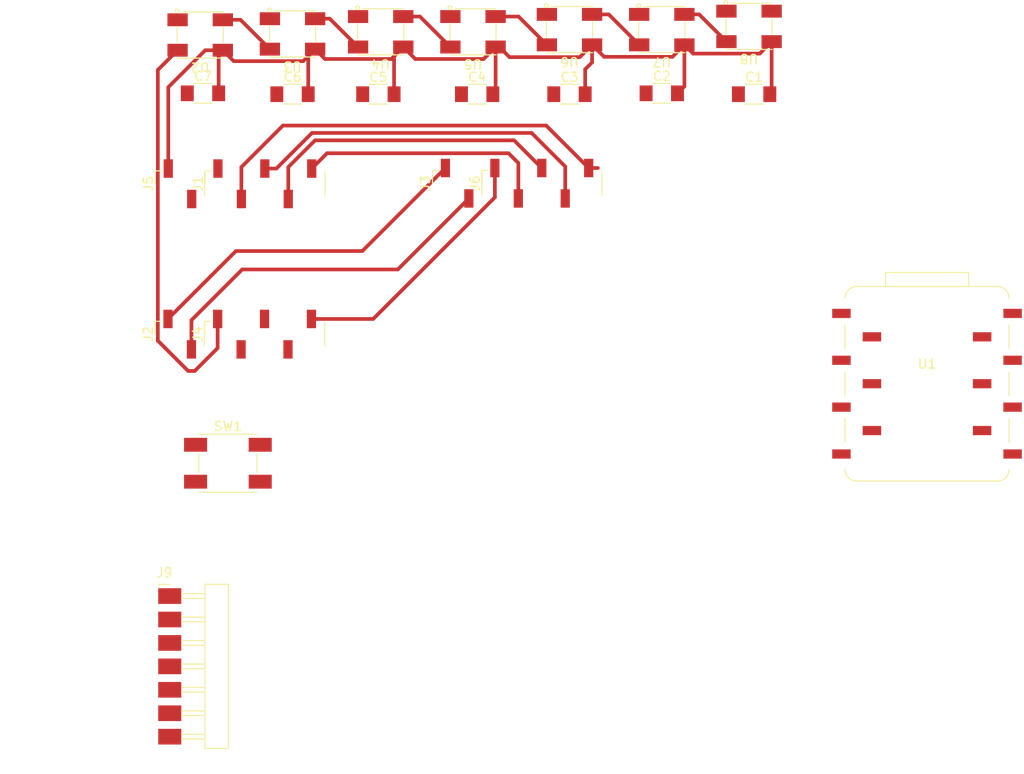
<source format=kicad_pcb>
(kicad_pcb (version 20240108) (generator "pcbnew") (generator_version "8.0")
  (layers (0 "F.Cu" signal) (31 "B.Cu" signal) (34 "B.Paste" user) (35 "F.Paste" user) (36 "B.SilkS" user "B.Silkscreen") (37 "F.SilkS" user "F.Silkscreen") (38 "B.Mask" user) (39 "F.Mask" user) (44 "Edge.Cuts" user))
  (net 0 "")
  (net 1 "/QT5")
  (net 2 "/QT6")
  (net 3 "/QT7")
  (net 4 "/QT2")
  (net 5 "PWR_5V")
  (net 6 "/ADDR_LEDS")
  (net 7 "Net-(U2-DOUT)")
  (net 8 "PWR_GND")
  (net 9 "Net-(U3-DOUT)")
  (net 10 "Net-(U4-DOUT)")
  (net 11 "Net-(U5-DOUT)")
  (net 12 "Net-(U6-DOUT)")
  (net 13 "Net-(U7-DOUT)")
  (net 14 "/QT4_RX")
  (net 15 "PWR_3V3")
  (net 16 "/QT1_DAC")
  (net 17 "/BTN")
  (net 18 "/QT3_TX")
  (net 19 "/SDA")
  (net 20 "/SCL")
  (footprint "fab:LED_ADDR_Worldsemi_WS2812B" (layer "F.Cu") (at 135 46 180)
    (property "Reference" "U7" (at 0 -3.5 180) (layer "F.SilkS"))
    (property "Value" "LED_ADDR_Worldsemi_WS2812B")
    (fp_line (start 2.5 -0.9) (end 2.5 0.9) (stroke (width 0.12)) (layer "F.SilkS"))
    (fp_line (start 2.5 -2.5) (end -2.5 -2.5) (stroke (width 0.12)) (layer "F.SilkS"))
    (fp_line (start -2.5 2.5) (end 2 2.5) (stroke (width 0.12)) (layer "F.SilkS"))
    (fp_line (start -2.5 -0.9) (end -2.5 0.9) (stroke (width 0.12)) (layer "F.SilkS"))
    (fp_circle (center 2.5 2.6) (end 2.7 2.6) (stroke (width 0.12)) (fill none) (layer "F.SilkS"))
    (pad "1" smd rect (at -2.45 -1.65 180) (size 2.2 1.4) (layers "F.Cu" "F.Paste" "F.Mask") (net 5 "PWR_5V"))
    (pad "2" smd rect (at -2.45 1.65 180) (size 2.2 1.4) (layers "F.Cu" "F.Paste" "F.Mask") (net 13 "Net-(U7-DOUT)"))
    (pad "3" smd rect (at 2.45 1.65 180) (size 2.2 1.4) (layers "F.Cu" "F.Paste" "F.Mask") (net 8 "PWR_GND"))
    (pad "4" smd rect (at 2.45 -1.65 180) (size 2.2 1.4) (layers "F.Cu" "F.Paste" "F.Mask") (net 12 "Net-(U6-DOUT)"))
  )
  (footprint "fab:PinSocket_1x05_P2.54mm_Vertical_SMD" (layer "F.Cu") (at 91.97 79.01 90)
    (property "Reference" "J4" (at 0 -7.239 -90) (layer "F.SilkS"))
    (property "Value" "Conn_PinSocket_1x05_P2.54mm_Vertical_SMD")
    (fp_line (start 1.397 -6.477) (end 0 -6.477) (stroke (width 0.12)) (layer "F.SilkS"))
    (fp_line (start 1.397 -5.842) (end 1.397 -6.477) (stroke (width 0.12)) (layer "F.SilkS"))
    (fp_line (start -1.27 6.52) (end 1.27 6.52) (stroke (width 0.12)) (layer "F.SilkS"))
    (pad "1" smd rect (at 1.65 -5.08 90) (size 2 1) (layers "F.Cu" "F.Paste" "F.Mask") (net 6 "/ADDR_LEDS"))
    (pad "2" smd rect (at -1.65 -2.54 90) (size 2 1) (layers "F.Cu" "F.Paste" "F.Mask") (net 17 "/BTN"))
    (pad "3" smd rect (at 1.65 0 90) (size 2 1) (layers "F.Cu" "F.Paste" "F.Mask") (net 19 "/SDA"))
    (pad "4" smd rect (at -1.65 2.54 90) (size 2 1) (layers "F.Cu" "F.Paste" "F.Mask") (net 20 "/SCL"))
    (pad "5" smd rect (at 1.65 5.08 90) (size 2 1) (layers "F.Cu" "F.Paste" "F.Mask") (net 18 "/QT3_TX"))
  )
  (footprint "fab:SeeedStudio_XIAO_SocketSMD" (layer "F.Cu") (at 163.73 84.38)
    (property "Reference" "U1" (at 0.0025 -2.149 0) (layer "F.SilkS"))
    (property "Value" "SeeeduinoXIAO")
    (fp_line (start -8.89 -6.35) (end -8.89 -3.81) (stroke (width 0.12)) (layer "F.SilkS"))
    (fp_line (start -8.89 -1.27) (end -8.89 1.27) (stroke (width 0.12)) (layer "F.SilkS"))
    (fp_line (start -8.89 3.81) (end -8.89 6.35) (stroke (width 0.12)) (layer "F.SilkS"))
    (fp_line (start -7.6175 -10.531) (end 7.6225 -10.531) (stroke (width 0.12)) (layer "F.SilkS"))
    (fp_line (start 7.6225 10.551) (end -7.6175 10.551) (stroke (width 0.12)) (layer "F.SilkS"))
    (fp_line (start 8.89 -6.35) (end 8.89 -3.81) (stroke (width 0.12)) (layer "F.SilkS"))
    (fp_line (start 8.89 -1.27) (end 8.89 1.27) (stroke (width 0.12)) (layer "F.SilkS"))
    (fp_line (start 8.89 3.81) (end 8.89 6.35) (stroke (width 0.12)) (layer "F.SilkS"))
    (fp_rect (start -4.4975 -10.531) (end 4.5025 -12.055) (stroke (width 0.12)) (fill none) (layer "F.SilkS"))
    (fp_arc (start -8.8875 -9.261) (mid -8.515526 -10.159026) (end -7.6175 -10.531) (stroke (width 0.12)) (layer "F.SilkS"))
    (fp_arc (start -7.6175 10.551) (mid -8.515526 10.179026) (end -8.8875 9.281) (stroke (width 0.12)) (layer "F.SilkS"))
    (fp_arc (start 7.6225 -10.531) (mid 8.520526 -10.159026) (end 8.8925 -9.261) (stroke (width 0.12)) (layer "F.SilkS"))
    (fp_arc (start 8.8925 9.281) (mid 8.520526 10.179026) (end 7.6225 10.551) (stroke (width 0.12)) (layer "F.SilkS"))
    (pad "1" smd rect (at -9.27 -7.62) (size 2 1) (layers "F.Cu" "F.Paste" "F.Mask"))
    (pad "2" smd rect (at -5.97 -5.08) (size 2 1) (layers "F.Cu" "F.Paste" "F.Mask"))
    (pad "3" smd rect (at -9.27 -2.54) (size 2 1) (layers "F.Cu" "F.Paste" "F.Mask"))
    (pad "4" smd rect (at -5.97 0) (size 2 1) (layers "F.Cu" "F.Paste" "F.Mask"))
    (pad "5" smd rect (at -9.27 2.54) (size 2 1) (layers "F.Cu" "F.Paste" "F.Mask"))
    (pad "6" smd rect (at -5.97 5.08) (size 2 1) (layers "F.Cu" "F.Paste" "F.Mask"))
    (pad "7" smd rect (at -9.27 7.62) (size 2 1) (layers "F.Cu" "F.Paste" "F.Mask"))
    (pad "8" smd rect (at 9.27 7.62) (size 2 1) (layers "F.Cu" "F.Paste" "F.Mask"))
    (pad "9" smd rect (at 5.97 5.08) (size 2 1) (layers "F.Cu" "F.Paste" "F.Mask"))
    (pad "10" smd rect (at 9.27 2.54) (size 2 1) (layers "F.Cu" "F.Paste" "F.Mask"))
    (pad "11" smd rect (at 5.97 0) (size 2 1) (layers "F.Cu" "F.Paste" "F.Mask"))
    (pad "12" smd rect (at 9.27 -2.54) (size 2 1) (layers "F.Cu" "F.Paste" "F.Mask"))
    (pad "13" smd rect (at 5.97 -5.08) (size 2 1) (layers "F.Cu" "F.Paste" "F.Mask"))
    (pad "14" smd rect (at 9.27 -7.62) (size 2 1) (layers "F.Cu" "F.Paste" "F.Mask"))
  )
  (footprint "fab:C_1206" (layer "F.Cu") (at 135 52.905)
    (property "Reference" "C2" (at 0 -1.85 360) (layer "F.SilkS"))
    (property "Value" "C_1206")
    (fp_line (start -1 -1.07) (end 1 -1.07) (stroke (width 0.12)) (layer "F.SilkS"))
    (fp_line (start 1 1.07) (end -1 1.07) (stroke (width 0.12)) (layer "F.SilkS"))
    (pad "1" smd rect (at -1.7 0) (size 1.4 1.7) (layers "F.Cu" "F.Paste" "F.Mask") (net 8 "PWR_GND"))
    (pad "2" smd rect (at 1.7 0) (size 1.4 1.7) (layers "F.Cu" "F.Paste" "F.Mask") (net 5 "PWR_5V"))
  )
  (footprint "fab:PinSocket_1x02_P2.54mm_Vertical_SMD" (layer "F.Cu") (at 82.81 62.71 90)
    (property "Reference" "J5" (at 0 -3.429 -90) (layer "F.SilkS"))
    (property "Value" "Conn_PinSocket_1x02_P2.54mm_Vertical_SMD")
    (fp_line (start 1.397 -2.667) (end 0 -2.667) (stroke (width 0.12)) (layer "F.SilkS"))
    (fp_line (start 1.397 -2.032) (end 1.397 -2.667) (stroke (width 0.12)) (layer "F.SilkS"))
    (fp_line (start -1.27 2.667) (end 1.27 2.667) (stroke (width 0.12)) (layer "F.SilkS"))
    (pad "1" smd rect (at 1.65 -1.27 90) (size 2 1) (layers "F.Cu" "F.Paste" "F.Mask") (net 5 "PWR_5V"))
    (pad "2" smd rect (at -1.65 1.27 90) (size 2 1) (layers "F.Cu" "F.Paste" "F.Mask") (net 8 "PWR_GND"))
  )
  (footprint "fab:C_1206" (layer "F.Cu") (at 85.3 52.905)
    (property "Reference" "C7" (at 0 -1.85 360) (layer "F.SilkS"))
    (property "Value" "C_1206")
    (fp_line (start -1 -1.07) (end 1 -1.07) (stroke (width 0.12)) (layer "F.SilkS"))
    (fp_line (start 1 1.07) (end -1 1.07) (stroke (width 0.12)) (layer "F.SilkS"))
    (pad "1" smd rect (at -1.7 0) (size 1.4 1.7) (layers "F.Cu" "F.Paste" "F.Mask") (net 8 "PWR_GND"))
    (pad "2" smd rect (at 1.7 0) (size 1.4 1.7) (layers "F.Cu" "F.Paste" "F.Mask") (net 5 "PWR_5V"))
  )
  (footprint "fab:PinHeader_1x07_P2.54mm_Horizontal_SMD" (layer "F.Cu") (at 81.7 107.4)
    (property "Reference" "J9" (at -1.524 -2.54 180) (layer "F.SilkS") (effects (justify left)))
    (property "Value" "Conn_PinHeader_1x07_P2.54mm_Horizontal_SMD")
    (fp_line (start -1.27 -1.27) (end 0 -1.27) (stroke (width 0.12)) (layer "F.SilkS"))
    (fp_line (start 3.81 -1.27) (end 6.35 -1.27) (stroke (width 0.12)) (layer "F.SilkS"))
    (fp_line (start 3.81 -0.254) (end 1.27 -0.254) (stroke (width 0.12)) (layer "F.SilkS"))
    (fp_line (start 3.81 0.254) (end 1.27 0.254) (stroke (width 0.12)) (layer "F.SilkS"))
    (fp_line (start 3.81 2.286) (end 1.27 2.286) (stroke (width 0.12)) (layer "F.SilkS"))
    (fp_line (start 3.81 2.794) (end 1.27 2.794) (stroke (width 0.12)) (layer "F.SilkS"))
    (fp_line (start 3.81 4.826) (end 1.27 4.826) (stroke (width 0.12)) (layer "F.SilkS"))
    (fp_line (start 3.81 5.334) (end 1.27 5.334) (stroke (width 0.12)) (layer "F.SilkS"))
    (fp_line (start 3.81 7.366) (end 1.27 7.366) (stroke (width 0.12)) (layer "F.SilkS"))
    (fp_line (start 3.81 7.874) (end 1.27 7.874) (stroke (width 0.12)) (layer "F.SilkS"))
    (fp_line (start 3.81 9.906) (end 1.27 9.906) (stroke (width 0.12)) (layer "F.SilkS"))
    (fp_line (start 3.81 10.414) (end 1.27 10.414) (stroke (width 0.12)) (layer "F.SilkS"))
    (fp_line (start 3.81 12.446) (end 1.27 12.446) (stroke (width 0.12)) (layer "F.SilkS"))
    (fp_line (start 3.81 12.954) (end 1.27 12.954) (stroke (width 0.12)) (layer "F.SilkS"))
    (fp_line (start 3.81 14.986) (end 1.27 14.986) (stroke (width 0.12)) (layer "F.SilkS"))
    (fp_line (start 3.81 15.494) (end 1.27 15.494) (stroke (width 0.12)) (layer "F.SilkS"))
    (fp_line (start 3.81 16.51) (end 3.81 -1.27) (stroke (width 0.12)) (layer "F.SilkS"))
    (fp_line (start 6.35 -1.27) (end 6.35 16.51) (stroke (width 0.12)) (layer "F.SilkS"))
    (fp_line (start 6.35 16.51) (end 3.81 16.51) (stroke (width 0.12)) (layer "F.SilkS"))
    (pad "1" smd rect (at 0 0) (size 2.5 1.7) (layers "F.Cu" "F.Paste" "F.Mask") (net 5 "PWR_5V"))
    (pad "2" smd rect (at 0 2.54) (size 2.5 1.7) (layers "F.Cu" "F.Paste" "F.Mask") (net 8 "PWR_GND"))
    (pad "3" smd rect (at 0 5.08) (size 2.5 1.7) (layers "F.Cu" "F.Paste" "F.Mask") (net 15 "PWR_3V3"))
    (pad "4" smd rect (at 0 7.62) (size 2.5 1.7) (layers "F.Cu" "F.Paste" "F.Mask") (net 6 "/ADDR_LEDS"))
    (pad "5" smd rect (at 0 10.16) (size 2.5 1.7) (layers "F.Cu" "F.Paste" "F.Mask") (net 17 "/BTN"))
    (pad "6" smd rect (at 0 12.7) (size 2.5 1.7) (layers "F.Cu" "F.Paste" "F.Mask") (net 19 "/SDA"))
    (pad "7" smd rect (at 0 15.24) (size 2.5 1.7) (layers "F.Cu" "F.Paste" "F.Mask") (net 20 "/SCL"))
  )
  (footprint "fab:PinSocket_1x02_P2.54mm_Vertical_SMD" (layer "F.Cu") (at 82.78 79.01 90)
    (property "Reference" "J2" (at 0 -3.429 -90) (layer "F.SilkS"))
    (property "Value" "Conn_PinSocket_1x02_P2.54mm_Vertical_SMD")
    (fp_line (start 1.397 -2.667) (end 0 -2.667) (stroke (width 0.12)) (layer "F.SilkS"))
    (fp_line (start 1.397 -2.032) (end 1.397 -2.667) (stroke (width 0.12)) (layer "F.SilkS"))
    (fp_line (start -1.27 2.667) (end 1.27 2.667) (stroke (width 0.12)) (layer "F.SilkS"))
    (pad "1" smd rect (at 1.65 -1.27 90) (size 2 1) (layers "F.Cu" "F.Paste" "F.Mask") (net 16 "/QT1_DAC"))
    (pad "2" smd rect (at -1.65 1.27 90) (size 2 1) (layers "F.Cu" "F.Paste" "F.Mask") (net 4 "/QT2"))
  )
  (footprint "fab:C_1206" (layer "F.Cu") (at 125 53)
    (property "Reference" "C3" (at 0 -1.85 360) (layer "F.SilkS"))
    (property "Value" "C_1206")
    (fp_line (start -1 -1.07) (end 1 -1.07) (stroke (width 0.12)) (layer "F.SilkS"))
    (fp_line (start 1 1.07) (end -1 1.07) (stroke (width 0.12)) (layer "F.SilkS"))
    (pad "1" smd rect (at -1.7 0) (size 1.4 1.7) (layers "F.Cu" "F.Paste" "F.Mask") (net 8 "PWR_GND"))
    (pad "2" smd rect (at 1.7 0) (size 1.4 1.7) (layers "F.Cu" "F.Paste" "F.Mask") (net 5 "PWR_5V"))
  )
  (footprint "fab:LED_ADDR_Worldsemi_WS2812B" (layer "F.Cu") (at 144.45 45.65 180)
    (property "Reference" "U8" (at 0 -3.5 180) (layer "F.SilkS"))
    (property "Value" "LED_ADDR_Worldsemi_WS2812B")
    (fp_line (start 2.5 -0.9) (end 2.5 0.9) (stroke (width 0.12)) (layer "F.SilkS"))
    (fp_line (start 2.5 -2.5) (end -2.5 -2.5) (stroke (width 0.12)) (layer "F.SilkS"))
    (fp_line (start -2.5 2.5) (end 2 2.5) (stroke (width 0.12)) (layer "F.SilkS"))
    (fp_line (start -2.5 -0.9) (end -2.5 0.9) (stroke (width 0.12)) (layer "F.SilkS"))
    (fp_circle (center 2.5 2.6) (end 2.7 2.6) (stroke (width 0.12)) (fill none) (layer "F.SilkS"))
    (pad "1" smd rect (at -2.45 -1.65 180) (size 2.2 1.4) (layers "F.Cu" "F.Paste" "F.Mask") (net 5 "PWR_5V"))
    (pad "2" smd rect (at -2.45 1.65 180) (size 2.2 1.4) (layers "F.Cu" "F.Paste" "F.Mask"))
    (pad "3" smd rect (at 2.45 1.65 180) (size 2.2 1.4) (layers "F.Cu" "F.Paste" "F.Mask") (net 8 "PWR_GND"))
    (pad "4" smd rect (at 2.45 -1.65 180) (size 2.2 1.4) (layers "F.Cu" "F.Paste" "F.Mask") (net 13 "Net-(U7-DOUT)"))
  )
  (footprint "fab:PinSocket_1x02_P2.54mm_Vertical_SMD" (layer "F.Cu") (at 112.83 62.65 90)
    (property "Reference" "J3" (at 0 -3.429 -90) (layer "F.SilkS"))
    (property "Value" "Conn_PinSocket_1x02_P2.54mm_Vertical_SMD")
    (fp_line (start 1.397 -2.667) (end 0 -2.667) (stroke (width 0.12)) (layer "F.SilkS"))
    (fp_line (start 1.397 -2.032) (end 1.397 -2.667) (stroke (width 0.12)) (layer "F.SilkS"))
    (fp_line (start -1.27 2.667) (end 1.27 2.667) (stroke (width 0.12)) (layer "F.SilkS"))
    (pad "1" smd rect (at 1.65 -1.27 90) (size 2 1) (layers "F.Cu" "F.Paste" "F.Mask") (net 16 "/QT1_DAC"))
    (pad "2" smd rect (at -1.65 1.27 90) (size 2 1) (layers "F.Cu" "F.Paste" "F.Mask") (net 4 "/QT2"))
  )
  (footprint "fab:LED_ADDR_Worldsemi_WS2812B" (layer "F.Cu") (at 95 46.4675 180)
    (property "Reference" "U3" (at 0 -3.5 180) (layer "F.SilkS"))
    (property "Value" "LED_ADDR_Worldsemi_WS2812B")
    (fp_line (start 2.5 -0.9) (end 2.5 0.9) (stroke (width 0.12)) (layer "F.SilkS"))
    (fp_line (start 2.5 -2.5) (end -2.5 -2.5) (stroke (width 0.12)) (layer "F.SilkS"))
    (fp_line (start -2.5 2.5) (end 2 2.5) (stroke (width 0.12)) (layer "F.SilkS"))
    (fp_line (start -2.5 -0.9) (end -2.5 0.9) (stroke (width 0.12)) (layer "F.SilkS"))
    (fp_circle (center 2.5 2.6) (end 2.7 2.6) (stroke (width 0.12)) (fill none) (layer "F.SilkS"))
    (pad "1" smd rect (at -2.45 -1.65 180) (size 2.2 1.4) (layers "F.Cu" "F.Paste" "F.Mask") (net 5 "PWR_5V"))
    (pad "2" smd rect (at -2.45 1.65 180) (size 2.2 1.4) (layers "F.Cu" "F.Paste" "F.Mask") (net 9 "Net-(U3-DOUT)"))
    (pad "3" smd rect (at 2.45 1.65 180) (size 2.2 1.4) (layers "F.Cu" "F.Paste" "F.Mask") (net 8 "PWR_GND"))
    (pad "4" smd rect (at 2.45 -1.65 180) (size 2.2 1.4) (layers "F.Cu" "F.Paste" "F.Mask") (net 7 "Net-(U2-DOUT)"))
  )
  (footprint "fab:C_1206" (layer "F.Cu") (at 115 53)
    (property "Reference" "C4" (at 0 -1.85 360) (layer "F.SilkS"))
    (property "Value" "C_1206")
    (fp_line (start -1 -1.07) (end 1 -1.07) (stroke (width 0.12)) (layer "F.SilkS"))
    (fp_line (start 1 1.07) (end -1 1.07) (stroke (width 0.12)) (layer "F.SilkS"))
    (pad "1" smd rect (at -1.7 0) (size 1.4 1.7) (layers "F.Cu" "F.Paste" "F.Mask") (net 8 "PWR_GND"))
    (pad "2" smd rect (at 1.7 0) (size 1.4 1.7) (layers "F.Cu" "F.Paste" "F.Mask") (net 5 "PWR_5V"))
  )
  (footprint "fab:LED_ADDR_Worldsemi_WS2812B" (layer "F.Cu") (at 104.55 46.235 180)
    (property "Reference" "U4" (at 0 -3.5 180) (layer "F.SilkS"))
    (property "Value" "LED_ADDR_Worldsemi_WS2812B")
    (fp_line (start 2.5 -0.9) (end 2.5 0.9) (stroke (width 0.12)) (layer "F.SilkS"))
    (fp_line (start 2.5 -2.5) (end -2.5 -2.5) (stroke (width 0.12)) (layer "F.SilkS"))
    (fp_line (start -2.5 2.5) (end 2 2.5) (stroke (width 0.12)) (layer "F.SilkS"))
    (fp_line (start -2.5 -0.9) (end -2.5 0.9) (stroke (width 0.12)) (layer "F.SilkS"))
    (fp_circle (center 2.5 2.6) (end 2.7 2.6) (stroke (width 0.12)) (fill none) (layer "F.SilkS"))
    (pad "1" smd rect (at -2.45 -1.65 180) (size 2.2 1.4) (layers "F.Cu" "F.Paste" "F.Mask") (net 5 "PWR_5V"))
    (pad "2" smd rect (at -2.45 1.65 180) (size 2.2 1.4) (layers "F.Cu" "F.Paste" "F.Mask") (net 10 "Net-(U4-DOUT)"))
    (pad "3" smd rect (at 2.45 1.65 180) (size 2.2 1.4) (layers "F.Cu" "F.Paste" "F.Mask") (net 8 "PWR_GND"))
    (pad "4" smd rect (at 2.45 -1.65 180) (size 2.2 1.4) (layers "F.Cu" "F.Paste" "F.Mask") (net 9 "Net-(U3-DOUT)"))
  )
  (footprint "fab:C_1206" (layer "F.Cu") (at 104.3 53)
    (property "Reference" "C5" (at 0 -1.85 360) (layer "F.SilkS"))
    (property "Value" "C_1206")
    (fp_line (start -1 -1.07) (end 1 -1.07) (stroke (width 0.12)) (layer "F.SilkS"))
    (fp_line (start 1 1.07) (end -1 1.07) (stroke (width 0.12)) (layer "F.SilkS"))
    (pad "1" smd rect (at -1.7 0) (size 1.4 1.7) (layers "F.Cu" "F.Paste" "F.Mask") (net 8 "PWR_GND"))
    (pad "2" smd rect (at 1.7 0) (size 1.4 1.7) (layers "F.Cu" "F.Paste" "F.Mask") (net 5 "PWR_5V"))
  )
  (footprint "fab:LED_ADDR_Worldsemi_WS2812B" (layer "F.Cu") (at 85 46.585 180)
    (property "Reference" "U2" (at 0 -3.5 180) (layer "F.SilkS"))
    (property "Value" "LED_ADDR_Worldsemi_WS2812B")
    (fp_line (start 2.5 -0.9) (end 2.5 0.9) (stroke (width 0.12)) (layer "F.SilkS"))
    (fp_line (start 2.5 -2.5) (end -2.5 -2.5) (stroke (width 0.12)) (layer "F.SilkS"))
    (fp_line (start -2.5 2.5) (end 2 2.5) (stroke (width 0.12)) (layer "F.SilkS"))
    (fp_line (start -2.5 -0.9) (end -2.5 0.9) (stroke (width 0.12)) (layer "F.SilkS"))
    (fp_circle (center 2.5 2.6) (end 2.7 2.6) (stroke (width 0.12)) (fill none) (layer "F.SilkS"))
    (pad "1" smd rect (at -2.45 -1.65 180) (size 2.2 1.4) (layers "F.Cu" "F.Paste" "F.Mask") (net 5 "PWR_5V"))
    (pad "2" smd rect (at -2.45 1.65 180) (size 2.2 1.4) (layers "F.Cu" "F.Paste" "F.Mask") (net 7 "Net-(U2-DOUT)"))
    (pad "3" smd rect (at 2.45 1.65 180) (size 2.2 1.4) (layers "F.Cu" "F.Paste" "F.Mask") (net 8 "PWR_GND"))
    (pad "4" smd rect (at 2.45 -1.65 180) (size 2.2 1.4) (layers "F.Cu" "F.Paste" "F.Mask") (net 6 "/ADDR_LEDS"))
  )
  (footprint "fab:LED_ADDR_Worldsemi_WS2812B" (layer "F.Cu") (at 125 46 180)
    (property "Reference" "U6" (at 0 -3.5 180) (layer "F.SilkS"))
    (property "Value" "LED_ADDR_Worldsemi_WS2812B")
    (fp_line (start 2.5 -0.9) (end 2.5 0.9) (stroke (width 0.12)) (layer "F.SilkS"))
    (fp_line (start 2.5 -2.5) (end -2.5 -2.5) (stroke (width 0.12)) (layer "F.SilkS"))
    (fp_line (start -2.5 2.5) (end 2 2.5) (stroke (width 0.12)) (layer "F.SilkS"))
    (fp_line (start -2.5 -0.9) (end -2.5 0.9) (stroke (width 0.12)) (layer "F.SilkS"))
    (fp_circle (center 2.5 2.6) (end 2.7 2.6) (stroke (width 0.12)) (fill none) (layer "F.SilkS"))
    (pad "1" smd rect (at -2.45 -1.65 180) (size 2.2 1.4) (layers "F.Cu" "F.Paste" "F.Mask") (net 5 "PWR_5V"))
    (pad "2" smd rect (at -2.45 1.65 180) (size 2.2 1.4) (layers "F.Cu" "F.Paste" "F.Mask") (net 12 "Net-(U6-DOUT)"))
    (pad "3" smd rect (at 2.45 1.65 180) (size 2.2 1.4) (layers "F.Cu" "F.Paste" "F.Mask") (net 8 "PWR_GND"))
    (pad "4" smd rect (at 2.45 -1.65 180) (size 2.2 1.4) (layers "F.Cu" "F.Paste" "F.Mask") (net 11 "Net-(U5-DOUT)"))
  )
  (footprint "fab:C_1206" (layer "F.Cu") (at 95 53)
    (property "Reference" "C6" (at 0 -1.85 360) (layer "F.SilkS"))
    (property "Value" "C_1206")
    (fp_line (start -1 -1.07) (end 1 -1.07) (stroke (width 0.12)) (layer "F.SilkS"))
    (fp_line (start 1 1.07) (end -1 1.07) (stroke (width 0.12)) (layer "F.SilkS"))
    (pad "1" smd rect (at -1.7 0) (size 1.4 1.7) (layers "F.Cu" "F.Paste" "F.Mask") (net 8 "PWR_GND"))
    (pad "2" smd rect (at 1.7 0) (size 1.4 1.7) (layers "F.Cu" "F.Paste" "F.Mask") (net 5 "PWR_5V"))
  )
  (footprint "fab:Button_Omron_B3SN_6.0x6.0mm" (layer "F.Cu") (at 88 93)
    (property "Reference" "SW1" (at 0 -4 0) (layer "F.SilkS"))
    (property "Value" "Switch_Tactile_Omron")
    (fp_line (start -3.15 -3.15) (end 3.15 -3.15) (stroke (width 0.12)) (layer "F.SilkS"))
    (fp_line (start -3.15 1) (end -3.15 -1) (stroke (width 0.12)) (layer "F.SilkS"))
    (fp_line (start 3.15 -1) (end 3.15 1) (stroke (width 0.12)) (layer "F.SilkS"))
    (fp_line (start 3.15 3.15) (end -3.15 3.15) (stroke (width 0.12)) (layer "F.SilkS"))
    (pad "1" smd rect (at -3.5 -2) (size 2.5 1.5) (layers "F.Cu" "F.Paste" "F.Mask") (net 8 "PWR_GND"))
    (pad "1" smd rect (at 3.5 -2) (size 2.5 1.5) (layers "F.Cu" "F.Paste" "F.Mask") (net 8 "PWR_GND"))
    (pad "2" smd rect (at -3.5 2) (size 2.5 1.5) (layers "F.Cu" "F.Paste" "F.Mask") (net 17 "/BTN"))
    (pad "2" smd rect (at 3.5 2) (size 2.5 1.5) (layers "F.Cu" "F.Paste" "F.Mask") (net 17 "/BTN"))
  )
  (footprint "fab:PinSocket_1x05_P2.54mm_Vertical_SMD" (layer "F.Cu") (at 122 62.65 90)
    (property "Reference" "J6" (at 0 -7.239 270) (layer "F.SilkS"))
    (property "Value" "Conn_PinSocket_1x05_P2.54mm_Vertical_SMD")
    (fp_line (start 1.397 -6.477) (end 0 -6.477) (stroke (width 0.12)) (layer "F.SilkS"))
    (fp_line (start 1.397 -5.842) (end 1.397 -6.477) (stroke (width 0.12)) (layer "F.SilkS"))
    (fp_line (start -1.27 6.52) (end 1.27 6.52) (stroke (width 0.12)) (layer "F.SilkS"))
    (pad "1" smd rect (at 1.65 -5.08 90) (size 2 1) (layers "F.Cu" "F.Paste" "F.Mask") (net 18 "/QT3_TX"))
    (pad "2" smd rect (at -1.65 -2.54 90) (size 2 1) (layers "F.Cu" "F.Paste" "F.Mask") (net 14 "/QT4_RX"))
    (pad "3" smd rect (at 1.65 0 90) (size 2 1) (layers "F.Cu" "F.Paste" "F.Mask") (net 1 "/QT5"))
    (pad "4" smd rect (at -1.65 2.54 90) (size 2 1) (layers "F.Cu" "F.Paste" "F.Mask") (net 2 "/QT6"))
    (pad "5" smd rect (at 1.65 5.08 90) (size 2 1) (layers "F.Cu" "F.Paste" "F.Mask") (net 3 "/QT7"))
  )
  (footprint "fab:C_1206" (layer "F.Cu") (at 145 53)
    (property "Reference" "C1" (at 0 -1.85 360) (layer "F.SilkS"))
    (property "Value" "C_1206")
    (fp_line (start -1 -1.07) (end 1 -1.07) (stroke (width 0.12)) (layer "F.SilkS"))
    (fp_line (start 1 1.07) (end -1 1.07) (stroke (width 0.12)) (layer "F.SilkS"))
    (pad "1" smd rect (at -1.7 0) (size 1.4 1.7) (layers "F.Cu" "F.Paste" "F.Mask") (net 8 "PWR_GND"))
    (pad "2" smd rect (at 1.7 0) (size 1.4 1.7) (layers "F.Cu" "F.Paste" "F.Mask") (net 5 "PWR_5V"))
  )
  (footprint "fab:LED_ADDR_Worldsemi_WS2812B" (layer "F.Cu") (at 114.55 46.235 180)
    (property "Reference" "U5" (at 0 -3.5 180) (layer "F.SilkS"))
    (property "Value" "LED_ADDR_Worldsemi_WS2812B")
    (fp_line (start 2.5 -0.9) (end 2.5 0.9) (stroke (width 0.12)) (layer "F.SilkS"))
    (fp_line (start 2.5 -2.5) (end -2.5 -2.5) (stroke (width 0.12)) (layer "F.SilkS"))
    (fp_line (start -2.5 2.5) (end 2 2.5) (stroke (width 0.12)) (layer "F.SilkS"))
    (fp_line (start -2.5 -0.9) (end -2.5 0.9) (stroke (width 0.12)) (layer "F.SilkS"))
    (fp_circle (center 2.5 2.6) (end 2.7 2.6) (stroke (width 0.12)) (fill none) (layer "F.SilkS"))
    (pad "1" smd rect (at -2.45 -1.65 180) (size 2.2 1.4) (layers "F.Cu" "F.Paste" "F.Mask") (net 5 "PWR_5V"))
    (pad "2" smd rect (at -2.45 1.65 180) (size 2.2 1.4) (layers "F.Cu" "F.Paste" "F.Mask") (net 11 "Net-(U5-DOUT)"))
    (pad "3" smd rect (at 2.45 1.65 180) (size 2.2 1.4) (layers "F.Cu" "F.Paste" "F.Mask") (net 8 "PWR_GND"))
    (pad "4" smd rect (at 2.45 -1.65 180) (size 2.2 1.4) (layers "F.Cu" "F.Paste" "F.Mask") (net 10 "Net-(U4-DOUT)"))
  )
  (footprint "fab:PinSocket_1x05_P2.54mm_Vertical_SMD" (layer "F.Cu") (at 92 62.71 90)
    (property "Reference" "J1" (at 0 -7.239 -90) (layer "F.SilkS"))
    (property "Value" "Conn_PinSocket_1x05_P2.54mm_Vertical_SMD")
    (fp_line (start 1.397 -6.477) (end 0 -6.477) (stroke (width 0.12)) (layer "F.SilkS"))
    (fp_line (start 1.397 -5.842) (end 1.397 -6.477) (stroke (width 0.12)) (layer "F.SilkS"))
    (fp_line (start -1.27 6.52) (end 1.27 6.52) (stroke (width 0.12)) (layer "F.SilkS"))
    (pad "1" smd rect (at 1.65 -5.08 90) (size 2 1) (layers "F.Cu" "F.Paste" "F.Mask") (net 15 "PWR_3V3"))
    (pad "2" smd rect (at -1.65 -2.54 90) (size 2 1) (layers "F.Cu" "F.Paste" "F.Mask") (net 3 "/QT7"))
    (pad "3" smd rect (at 1.65 0 90) (size 2 1) (layers "F.Cu" "F.Paste" "F.Mask") (net 2 "/QT6"))
    (pad "4" smd rect (at -1.65 2.54 90) (size 2 1) (layers "F.Cu" "F.Paste" "F.Mask") (net 1 "/QT5"))
    (pad "5" smd rect (at 1.65 5.08 90) (size 2 1) (layers "F.Cu" "F.Paste" "F.Mask") (net 14 "/QT4_RX"))
  )
  (segment (start 94.54 64.36) (end 94.54 60.9) (width 0.4) (layer "F.Cu") (net 1))
  (segment (start 97.44 58) (end 119 58) (width 0.4) (layer "F.Cu") (net 1))
  (segment (start 94.54 60.9) (end 97.44 58) (width 0.4) (layer "F.Cu") (net 1))
  (segment (start 119 58) (end 122 61) (width 0.4) (layer "F.Cu") (net 1))
  (segment (start 124.54 60.84) (end 124.54 64.3) (width 0.4) (layer "F.Cu") (net 2))
  (segment (start 92 61.06) (end 93.24863 61.06) (width 0.4) (layer "F.Cu") (net 2))
  (segment (start 93.24863 61.06) (end 97.10863 57.2) (width 0.4) (layer "F.Cu") (net 2))
  (segment (start 97.10863 57.2) (end 120.9 57.2) (width 0.4) (layer "F.Cu") (net 2))
  (segment (start 120.9 57.2) (end 124.54 60.84) (width 0.4) (layer "F.Cu") (net 2))
  (segment (start 89.46 64.36) (end 89.46 60.9) (width 0.4) (layer "F.Cu") (net 3))
  (segment (start 128.08 61) (end 127.08 61) (width 0.4) (layer "F.Cu") (net 3))
  (segment (start 93.96 56.4) (end 122.48 56.4) (width 0.4) (layer "F.Cu") (net 3))
  (segment (start 122.48 56.4) (end 127.08 61) (width 0.4) (layer "F.Cu") (net 3))
  (segment (start 89.46 60.9) (end 93.96 56.4) (width 0.4) (layer "F.Cu") (net 3))
  (segment (start 84.05 80.66) (end 84.05 77.5) (width 0.4) (layer "F.Cu") (net 4))
  (segment (start 89.55 72) (end 106.4 72) (width 0.4) (layer "F.Cu") (net 4))
  (segment (start 84.05 77.5) (end 89.55 72) (width 0.4) (layer "F.Cu") (net 4))
  (segment (start 106.4 72) (end 114.1 64.3) (width 0.4) (layer "F.Cu") (net 4))
  (segment (start 137.45 47.65) (end 138.4 48.6) (width 0.4) (layer "F.Cu") (net 5))
  (segment (start 117 47.885) (end 117 52.7) (width 0.4) (layer "F.Cu") (net 5))
  (segment (start 146.9 47.3) (end 146.9 52.8) (width 0.4) (layer "F.Cu") (net 5))
  (segment (start 117.4 47.885) (end 118.5 48.985) (width 0.4) (layer "F.Cu") (net 5))
  (segment (start 97.45 48.1175) (end 96.7 48.8675) (width 0.4) (layer "F.Cu") (net 5))
  (segment (start 108.3 49.185) (end 115.7 49.185) (width 0.4) (layer "F.Cu") (net 5))
  (segment (start 117 47.885) (end 117.4 47.885) (width 0.4) (layer "F.Cu") (net 5))
  (segment (start 97.45 48.1175) (end 98.5175 49.185) (width 0.4) (layer "F.Cu") (net 5))
  (segment (start 81.49 107.61) (end 81.7 107.4) (width 0.4) (layer "F.Cu") (net 5))
  (segment (start 105.7 49.185) (end 107 47.885) (width 0.4) (layer "F.Cu") (net 5))
  (segment (start 128.75 48.95) (end 136.15 48.95) (width 0.4) (layer "F.Cu") (net 5))
  (segment (start 138.4 48.6) (end 145.6 48.6) (width 0.4) (layer "F.Cu") (net 5))
  (segment (start 107 47.885) (end 108.3 49.185) (width 0.4) (layer "F.Cu") (net 5))
  (segment (start 87.45 48.45) (end 87 48.9) (width 0.4) (layer "F.Cu") (net 5))
  (segment (start 88.6325 49.4175) (end 96.15 49.4175) (width 0.4) (layer "F.Cu") (net 5))
  (segment (start 87.45 48.235) (end 88.6325 49.4175) (width 0.4) (layer "F.Cu") (net 5))
  (segment (start 127.45 47.65) (end 128.75 48.95) (width 0.4) (layer "F.Cu") (net 5))
  (segment (start 136.15 48.95) (end 137.45 47.65) (width 0.4) (layer "F.Cu") (net 5))
  (segment (start 106 48.885) (end 106 53) (width 0.4) (layer "F.Cu") (net 5))
  (segment (start 87.45 48.235) (end 87.45 48.45) (width 0.4) (layer "F.Cu") (net 5))
  (segment (start 127.45 49.55) (end 126.7 50.3) (width 0.4) (layer "F.Cu") (net 5))
  (segment (start 126.115 48.985) (end 127.45 47.65) (width 0.4) (layer "F.Cu") (net 5))
  (segment (start 85.55 48.235) (end 87.45 48.235) (width 0.4) (layer "F.Cu") (net 5))
  (segment (start 126.7 50.3) (end 126.7 53) (width 0.4) (layer "F.Cu") (net 5))
  (segment (start 97.1825 48.1175) (end 97.45 48.1175) (width 0.4) (layer "F.Cu") (net 5))
  (segment (start 137.45 52.155) (end 136.7 52.905) (width 0.4) (layer "F.Cu") (net 5))
  (segment (start 127.45 47.65) (end 127.45 49.55) (width 0.4) (layer "F.Cu") (net 5))
  (segment (start 145.6 48.6) (end 146.9 47.3) (width 0.4) (layer "F.Cu") (net 5))
  (segment (start 81.54 61.06) (end 81.54 52.245) (width 0.4) (layer "F.Cu") (net 5))
  (segment (start 115.7 49.185) (end 117 47.885) (width 0.4) (layer "F.Cu") (net 5))
  (segment (start 81.54 52.245) (end 85.55 48.235) (width 0.4) (layer "F.Cu") (net 5))
  (segment (start 98.5175 49.185) (end 105.7 49.185) (width 0.4) (layer "F.Cu") (net 5))
  (segment (start 107 47.885) (end 106 48.885) (width 0.4) (layer "F.Cu") (net 5))
  (segment (start 137.45 47.65) (end 137.45 52.155) (width 0.4) (layer "F.Cu") (net 5))
  (segment (start 96.7 48.8675) (end 96.7 53) (width 0.4) (layer "F.Cu") (net 5))
  (segment (start 118.5 48.985) (end 126.115 48.985) (width 0.4) (layer "F.Cu") (net 5))
  (segment (start 117 52.7) (end 116.7 53) (width 0.4) (layer "F.Cu") (net 5))
  (segment (start 146.9 52.8) (end 146.7 53) (width 0.4) (layer "F.Cu") (net 5))
  (segment (start 87 48.9) (end 87 52.905) (width 0.4) (layer "F.Cu") (net 5))
  (segment (start 96.15 49.4175) (end 97.45 48.1175) (width 0.4) (layer "F.Cu") (net 5))
  (segment (start 86.89 77.36) (end 86.89 80.52) (width 0.4) (layer "F.Cu") (net 6))
  (segment (start 80.41 79.72) (end 80.41 50.375) (width 0.4) (layer "F.Cu") (net 6))
  (segment (start 84.41 83) (end 83.69 83) (width 0.4) (layer "F.Cu") (net 6))
  (segment (start 86.89 80.52) (end 84.41 83) (width 0.4) (layer "F.Cu") (net 6))
  (segment (start 80.41 50.375) (end 82.55 48.235) (width 0.4) (layer "F.Cu") (net 6))
  (segment (start 83.69 83) (end 80.41 79.72) (width 0.4) (layer "F.Cu") (net 6))
  (segment (start 89.3675 44.935) (end 92.55 48.1175) (width 0.4) (layer "F.Cu") (net 7))
  (segment (start 87.45 44.935) (end 89.3675 44.935) (width 0.4) (layer "F.Cu") (net 7))
  (segment (start 82.55 44.8) (end 82.55 44.7) (width 0.4) (layer "F.Cu") (net 8))
  (segment (start 81.49 110.15) (end 81.7 109.94) (width 0.4) (layer "F.Cu") (net 8))
  (segment (start 99.0325 44.8175) (end 102.1 47.885) (width 0.4) (layer "F.Cu") (net 9))
  (segment (start 97.45 44.8175) (end 99.0325 44.8175) (width 0.4) (layer "F.Cu") (net 9))
  (segment (start 108.8 44.585) (end 112.1 47.885) (width 0.4) (layer "F.Cu") (net 10))
  (segment (start 107 44.585) (end 108.8 44.585) (width 0.4) (layer "F.Cu") (net 10))
  (segment (start 119.485 44.585) (end 122.55 47.65) (width 0.4) (layer "F.Cu") (net 11))
  (segment (start 117 44.585) (end 119.485 44.585) (width 0.4) (layer "F.Cu") (net 11))
  (segment (start 129.25 44.35) (end 132.55 47.65) (width 0.4) (layer "F.Cu") (net 12))
  (segment (start 127.45 44.35) (end 129.25 44.35) (width 0.4) (layer "F.Cu") (net 12))
  (segment (start 139.05 44.35) (end 142 47.3) (width 0.4) (layer "F.Cu") (net 13))
  (segment (start 137.45 44.35) (end 139.05 44.35) (width 0.4) (layer "F.Cu") (net 13))
  (segment (start 97.08 61.06) (end 98.74 59.4) (width 0.4) (layer "F.Cu") (net 14))
  (segment (start 118.4 59.4) (end 119.46 60.46) (width 0.4) (layer "F.Cu") (net 14))
  (segment (start 119.46 60.46) (end 119.46 64.3) (width 0.4) (layer "F.Cu") (net 14))
  (segment (start 98.74 59.4) (end 118.4 59.4) (width 0.4) (layer "F.Cu") (net 14))
  (segment (start 81.19 112.99) (end 81.7 112.48) (width 0.4) (layer "F.Cu") (net 15))
  (segment (start 81.51 77.36) (end 81.51 77.83) (width 0.4) (layer "F.Cu") (net 16))
  (segment (start 88.87 70) (end 102.56 70) (width 0.4) (layer "F.Cu") (net 16))
  (segment (start 102.56 70) (end 111.56 61) (width 0.4) (layer "F.Cu") (net 16))
  (segment (start 81.51 77.36) (end 88.87 70) (width 0.4) (layer "F.Cu") (net 16))
  (segment (start 89.34 80.75) (end 89.43 80.66) (width 0.4) (layer "F.Cu") (net 17))
  (segment (start 97.05 77.36) (end 103.74 77.36) (width 0.4) (layer "F.Cu") (net 18))
  (segment (start 116.92 64.18) (end 116.92 61) (width 0.4) (layer "F.Cu") (net 18))
  (segment (start 103.74 77.36) (end 116.92 64.18) (width 0.4) (layer "F.Cu") (net 18))
)
</source>
